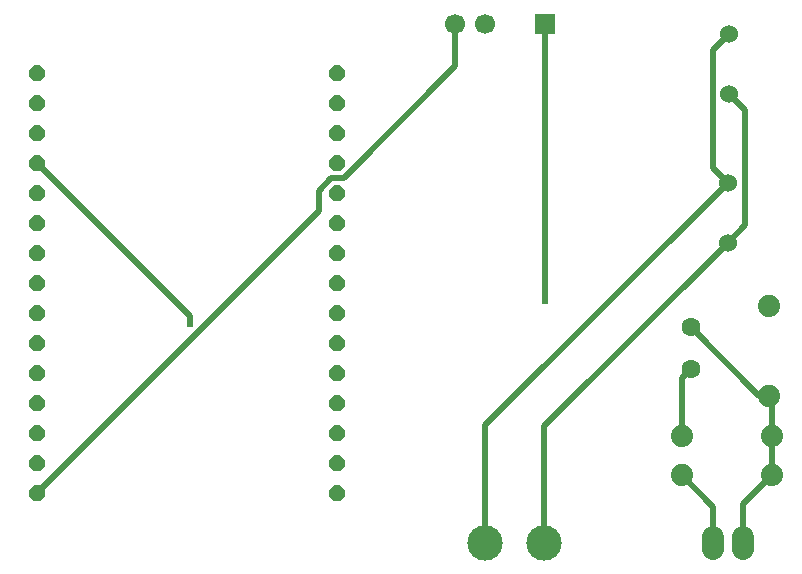
<source format=gbl>
G04 Layer: BottomLayer*
G04 EasyEDA v6.4.7, 2020-12-03T10:34:31+05:30*
G04 2fbe05cc312c45c2a44f13524b8984d0,b6e8962e620740079bb188d2402746ea,10*
G04 Gerber Generator version 0.2*
G04 Scale: 100 percent, Rotated: No, Reflected: No *
G04 Dimensions in inches *
G04 leading zeros omitted , absolute positions ,2 integer and 4 decimal *
%FSLAX24Y24*%
%MOIN*%
G90*
D02*

%ADD11C,0.020000*%
%ADD12C,0.024000*%
%ADD13C,0.118110*%
%ADD14R,0.066929X0.066929*%
%ADD15C,0.066929*%
%ADD16C,0.074000*%
%ADD17C,0.060000*%
%ADD18C,0.062992*%
%ADD19C,0.074020*%

%LPD*%
G54D11*
G01X23767Y19150D02*
G01X23243Y18626D01*
G01X23243Y14673D01*
G01X23717Y14200D01*
G01X23717Y14200D02*
G01X15639Y6121D01*
G01X15639Y2200D01*
G01X23767Y17150D02*
G01X24297Y16619D01*
G01X24297Y12780D01*
G01X23717Y12200D01*
G01X23717Y12200D02*
G01X17599Y6082D01*
G01X17599Y2200D01*
G01X695Y3857D02*
G01X10083Y13244D01*
G01X10083Y13934D01*
G01X10505Y14357D01*
G01X10923Y14357D01*
G01X14639Y18073D01*
G01X14639Y19500D01*
G01X22489Y9378D02*
G01X24767Y7100D01*
G01X25089Y7100D01*
G01X25189Y5750D02*
G01X25189Y7000D01*
G01X25089Y7100D01*
G01X25189Y4450D02*
G01X25189Y5750D01*
G01X25189Y4450D02*
G01X24239Y3500D01*
G01X24239Y2200D01*
G01X22489Y8000D02*
G01X22189Y7700D01*
G01X22189Y5750D01*
G01X17639Y19500D02*
G01X17639Y10259D01*
G01X22189Y4450D02*
G01X23239Y3400D01*
G01X23239Y2200D01*
G01X695Y14857D02*
G01X5805Y9746D01*
G01X5805Y9490D01*
G54D13*
G01X15639Y2200D03*
G01X17599Y2200D03*
G54D14*
G01X17639Y19500D03*
G54D15*
G01X15639Y19500D03*
G01X14639Y19500D03*
G36*
G01X954Y17964D02*
G01X802Y18115D01*
G01X588Y18115D01*
G01X436Y17964D01*
G01X436Y17749D01*
G01X588Y17598D01*
G01X802Y17598D01*
G01X954Y17749D01*
G01X954Y17964D01*
G37*
G36*
G01X954Y16964D02*
G01X802Y17115D01*
G01X588Y17115D01*
G01X436Y16964D01*
G01X436Y16749D01*
G01X588Y16598D01*
G01X802Y16598D01*
G01X954Y16749D01*
G01X954Y16964D01*
G37*
G36*
G01X954Y15964D02*
G01X802Y16115D01*
G01X588Y16115D01*
G01X436Y15964D01*
G01X436Y15749D01*
G01X588Y15598D01*
G01X802Y15598D01*
G01X954Y15749D01*
G01X954Y15964D01*
G37*
G36*
G01X954Y14964D02*
G01X802Y15115D01*
G01X588Y15115D01*
G01X436Y14964D01*
G01X436Y14749D01*
G01X588Y14598D01*
G01X802Y14598D01*
G01X954Y14749D01*
G01X954Y14964D01*
G37*
G36*
G01X954Y13964D02*
G01X802Y14115D01*
G01X588Y14115D01*
G01X436Y13964D01*
G01X436Y13749D01*
G01X588Y13598D01*
G01X802Y13598D01*
G01X954Y13749D01*
G01X954Y13964D01*
G37*
G36*
G01X954Y12964D02*
G01X802Y13115D01*
G01X588Y13115D01*
G01X436Y12964D01*
G01X436Y12749D01*
G01X588Y12598D01*
G01X802Y12598D01*
G01X954Y12749D01*
G01X954Y12964D01*
G37*
G36*
G01X954Y11964D02*
G01X802Y12115D01*
G01X588Y12115D01*
G01X436Y11964D01*
G01X436Y11749D01*
G01X588Y11598D01*
G01X802Y11598D01*
G01X954Y11749D01*
G01X954Y11964D01*
G37*
G36*
G01X954Y10964D02*
G01X802Y11115D01*
G01X588Y11115D01*
G01X436Y10964D01*
G01X436Y10749D01*
G01X588Y10598D01*
G01X802Y10598D01*
G01X954Y10749D01*
G01X954Y10964D01*
G37*
G36*
G01X954Y9964D02*
G01X802Y10115D01*
G01X588Y10115D01*
G01X436Y9964D01*
G01X436Y9749D01*
G01X588Y9598D01*
G01X802Y9598D01*
G01X954Y9749D01*
G01X954Y9964D01*
G37*
G36*
G01X954Y8964D02*
G01X802Y9115D01*
G01X588Y9115D01*
G01X436Y8964D01*
G01X436Y8749D01*
G01X588Y8598D01*
G01X802Y8598D01*
G01X954Y8749D01*
G01X954Y8964D01*
G37*
G36*
G01X954Y7964D02*
G01X802Y8115D01*
G01X588Y8115D01*
G01X436Y7964D01*
G01X436Y7749D01*
G01X588Y7598D01*
G01X802Y7598D01*
G01X954Y7749D01*
G01X954Y7964D01*
G37*
G36*
G01X954Y6964D02*
G01X802Y7115D01*
G01X588Y7115D01*
G01X436Y6964D01*
G01X436Y6749D01*
G01X588Y6598D01*
G01X802Y6598D01*
G01X954Y6749D01*
G01X954Y6964D01*
G37*
G36*
G01X954Y5964D02*
G01X802Y6115D01*
G01X588Y6115D01*
G01X436Y5964D01*
G01X436Y5749D01*
G01X588Y5598D01*
G01X802Y5598D01*
G01X954Y5749D01*
G01X954Y5964D01*
G37*
G36*
G01X954Y4964D02*
G01X802Y5115D01*
G01X588Y5115D01*
G01X436Y4964D01*
G01X436Y4749D01*
G01X588Y4598D01*
G01X802Y4598D01*
G01X954Y4749D01*
G01X954Y4964D01*
G37*
G36*
G01X954Y3964D02*
G01X802Y4115D01*
G01X588Y4115D01*
G01X436Y3964D01*
G01X436Y3749D01*
G01X588Y3598D01*
G01X802Y3598D01*
G01X954Y3749D01*
G01X954Y3964D01*
G37*
G36*
G01X10954Y17964D02*
G01X10802Y18115D01*
G01X10588Y18115D01*
G01X10436Y17964D01*
G01X10436Y17749D01*
G01X10588Y17598D01*
G01X10802Y17598D01*
G01X10954Y17749D01*
G01X10954Y17964D01*
G37*
G36*
G01X10954Y16964D02*
G01X10802Y17115D01*
G01X10588Y17115D01*
G01X10436Y16964D01*
G01X10436Y16749D01*
G01X10588Y16598D01*
G01X10802Y16598D01*
G01X10954Y16749D01*
G01X10954Y16964D01*
G37*
G36*
G01X10954Y15964D02*
G01X10802Y16115D01*
G01X10588Y16115D01*
G01X10436Y15964D01*
G01X10436Y15749D01*
G01X10588Y15598D01*
G01X10802Y15598D01*
G01X10954Y15749D01*
G01X10954Y15964D01*
G37*
G36*
G01X10954Y14964D02*
G01X10802Y15115D01*
G01X10588Y15115D01*
G01X10436Y14964D01*
G01X10436Y14749D01*
G01X10588Y14598D01*
G01X10802Y14598D01*
G01X10954Y14749D01*
G01X10954Y14964D01*
G37*
G36*
G01X10954Y13964D02*
G01X10802Y14115D01*
G01X10588Y14115D01*
G01X10436Y13964D01*
G01X10436Y13749D01*
G01X10588Y13598D01*
G01X10802Y13598D01*
G01X10954Y13749D01*
G01X10954Y13964D01*
G37*
G36*
G01X10954Y12964D02*
G01X10802Y13115D01*
G01X10588Y13115D01*
G01X10436Y12964D01*
G01X10436Y12749D01*
G01X10588Y12598D01*
G01X10802Y12598D01*
G01X10954Y12749D01*
G01X10954Y12964D01*
G37*
G36*
G01X10954Y11964D02*
G01X10802Y12115D01*
G01X10588Y12115D01*
G01X10436Y11964D01*
G01X10436Y11749D01*
G01X10588Y11598D01*
G01X10802Y11598D01*
G01X10954Y11749D01*
G01X10954Y11964D01*
G37*
G36*
G01X10954Y10964D02*
G01X10802Y11115D01*
G01X10588Y11115D01*
G01X10436Y10964D01*
G01X10436Y10749D01*
G01X10588Y10598D01*
G01X10802Y10598D01*
G01X10954Y10749D01*
G01X10954Y10964D01*
G37*
G36*
G01X10954Y9964D02*
G01X10802Y10115D01*
G01X10588Y10115D01*
G01X10436Y9964D01*
G01X10436Y9749D01*
G01X10588Y9598D01*
G01X10802Y9598D01*
G01X10954Y9749D01*
G01X10954Y9964D01*
G37*
G36*
G01X10954Y8964D02*
G01X10802Y9115D01*
G01X10588Y9115D01*
G01X10436Y8964D01*
G01X10436Y8749D01*
G01X10588Y8598D01*
G01X10802Y8598D01*
G01X10954Y8749D01*
G01X10954Y8964D01*
G37*
G36*
G01X10954Y7964D02*
G01X10802Y8115D01*
G01X10588Y8115D01*
G01X10436Y7964D01*
G01X10436Y7749D01*
G01X10588Y7598D01*
G01X10802Y7598D01*
G01X10954Y7749D01*
G01X10954Y7964D01*
G37*
G36*
G01X10954Y6964D02*
G01X10802Y7115D01*
G01X10588Y7115D01*
G01X10436Y6964D01*
G01X10436Y6749D01*
G01X10588Y6598D01*
G01X10802Y6598D01*
G01X10954Y6749D01*
G01X10954Y6964D01*
G37*
G36*
G01X10954Y5964D02*
G01X10802Y6115D01*
G01X10588Y6115D01*
G01X10436Y5964D01*
G01X10436Y5749D01*
G01X10588Y5598D01*
G01X10802Y5598D01*
G01X10954Y5749D01*
G01X10954Y5964D01*
G37*
G36*
G01X10954Y4964D02*
G01X10802Y5115D01*
G01X10588Y5115D01*
G01X10436Y4964D01*
G01X10436Y4749D01*
G01X10588Y4598D01*
G01X10802Y4598D01*
G01X10954Y4749D01*
G01X10954Y4964D01*
G37*
G36*
G01X10954Y3964D02*
G01X10802Y4115D01*
G01X10588Y4115D01*
G01X10436Y3964D01*
G01X10436Y3749D01*
G01X10588Y3598D01*
G01X10802Y3598D01*
G01X10954Y3749D01*
G01X10954Y3964D01*
G37*
G54D16*
G01X25089Y7100D03*
G01X25089Y10100D03*
G01X22189Y5750D03*
G01X25189Y5750D03*
G01X22189Y4450D03*
G01X25189Y4450D03*
G54D17*
G01X23717Y14200D03*
G01X23717Y12200D03*
G01X23767Y19150D03*
G01X23767Y17150D03*
G54D18*
G01X22489Y8000D03*
G01X22489Y9378D03*
G54D12*
G01X17639Y10259D03*
G01X5805Y9490D03*
G54D16*
G01X23239Y2396D02*
G01X23239Y2003D01*
G54D19*
G01X24239Y2396D02*
G01X24239Y2003D01*
M00*
M02*

</source>
